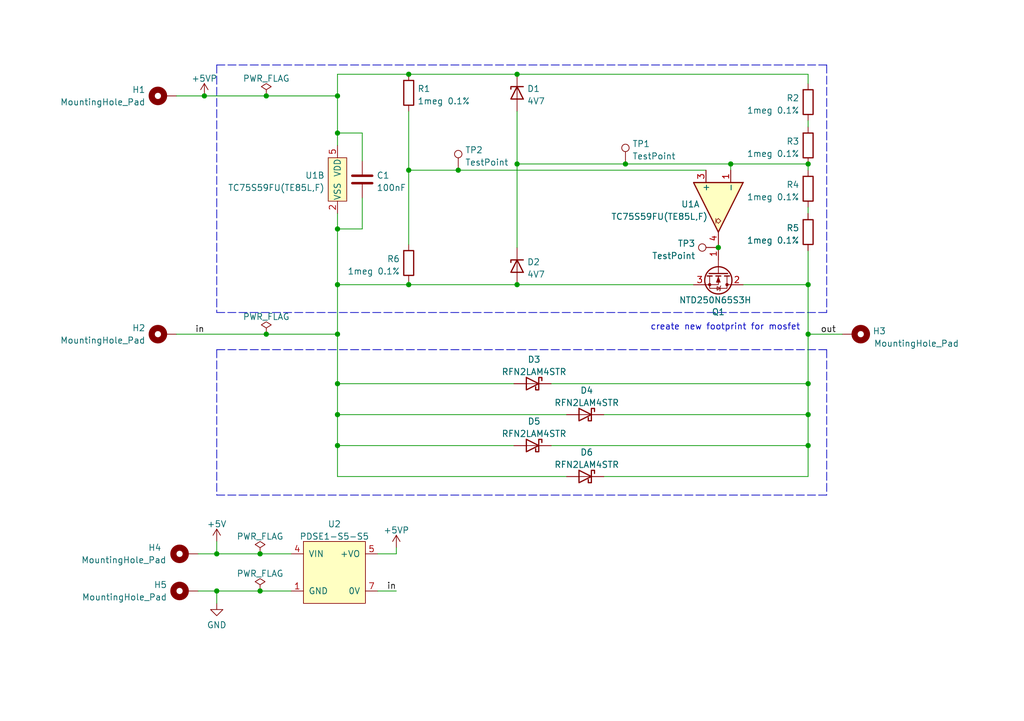
<source format=kicad_sch>
(kicad_sch (version 20211123) (generator eeschema)
  (paper "A5")
  (title_block (title "Ideal diode") (date "2022-01-22") (rev "1") (company "Light by Christian Baldus"))
  (lib_symbols
    (symbol "Connector:TestPoint" (pin_numbers hide) (pin_names (offset 0.762) hide)
      (property "Reference" "TP" (at 0 6.858 0))
      (property "Value" "TestPoint" (at 0 5.08 0))
      (symbol "TestPoint_0_1"
        (circle (center 0 3.302) (radius 0.762))
      )
      (symbol "TestPoint_1_1"
        (pin passive line (at 0 0 90) (length 2.54) (name "1") (number "1"))
      )
    )
    (symbol "Device:C" (pin_numbers hide) (pin_names (offset 0.254))
      (property "Reference" "C" (at 0.635 2.54 0))
      (property "Value" "C" (at 0.635 -2.54 0))
      (symbol "C_0_1"
        (polyline (pts (xy -2.032 -0.762) (xy 2.032 -0.762)) (stroke (width 0.508)))
        (polyline (pts (xy -2.032 0.762) (xy 2.032 0.762)) (stroke (width 0.508)))
      )
      (symbol "C_1_1"
        (pin passive line (at 0 3.81 270) (length 2.794) (name "~") (number "1"))
        (pin passive line (at 0 -3.81 90) (length 2.794) (name "~") (number "2"))
      )
    )
    (symbol "Device:D_Schottky" (pin_numbers hide) (pin_names (offset 1.016) hide)
      (property "Reference" "D" (at 0 2.54 0))
      (property "Value" "D_Schottky" (at 0 -2.54 0))
      (symbol "D_Schottky_0_1"
        (polyline (pts (xy 1.27 0) (xy -1.27 0)))
        (polyline (pts (xy 1.27 1.27) (xy 1.27 -1.27) (xy -1.27 0) (xy 1.27 1.27)) (stroke (width 0.254)))
        (polyline (pts (xy -1.905 0.635) (xy -1.905 1.27) (xy -1.27 1.27) (xy -1.27 -1.27) (xy -0.635 -1.27) (xy -0.635 -0.635)) (stroke (width 0.254)))
      )
      (symbol "D_Schottky_1_1"
        (pin passive line (at -3.81 0 0) (length 2.54) (name "K") (number "1"))
        (pin passive line (at 3.81 0 180) (length 2.54) (name "A") (number "2"))
      )
    )
    (symbol "Device:Q_NMOS_GDS" (pin_names (offset 0) hide)
      (property "Reference" "Q" (at 5.08 1.27 0))
      (property "Value" "Q_NMOS_GDS" (at 5.08 -1.27 0))
      (symbol "Q_NMOS_GDS_0_1"
        (polyline (pts (xy 0.254 0) (xy -2.54 0)))
        (polyline (pts (xy 0.254 1.905) (xy 0.254 -1.905)) (stroke (width 0.254)))
        (polyline (pts (xy 0.762 -1.27) (xy 0.762 -2.286)) (stroke (width 0.254)))
        (polyline (pts (xy 0.762 0.508) (xy 0.762 -0.508)) (stroke (width 0.254)))
        (polyline (pts (xy 0.762 2.286) (xy 0.762 1.27)) (stroke (width 0.254)))
        (polyline (pts (xy 2.54 2.54) (xy 2.54 1.778)))
        (polyline (pts (xy 2.54 -2.54) (xy 2.54 0) (xy 0.762 0)))
        (polyline (pts (xy 0.762 -1.778) (xy 3.302 -1.778) (xy 3.302 1.778) (xy 0.762 1.778)))
        (polyline (pts (xy 1.016 0) (xy 2.032 0.381) (xy 2.032 -0.381) (xy 1.016 0)) (fill (type outline)))
        (polyline (pts (xy 2.794 0.508) (xy 2.921 0.381) (xy 3.683 0.381) (xy 3.81 0.254)))
        (polyline (pts (xy 3.302 0.381) (xy 2.921 -0.254) (xy 3.683 -0.254) (xy 3.302 0.381)))
        (circle (center 1.651 0) (radius 2.794) (stroke (width 0.254)))
        (circle (center 2.54 -1.778) (radius 0.254) (fill (type outline)))
        (circle (center 2.54 1.778) (radius 0.254) (fill (type outline)))
      )
      (symbol "Q_NMOS_GDS_1_1"
        (pin input line (at -5.08 0 0) (length 2.54) (name "G") (number "1"))
        (pin passive line (at 2.54 5.08 270) (length 2.54) (name "D") (number "2"))
        (pin passive line (at 2.54 -5.08 90) (length 2.54) (name "S") (number "3"))
      )
    )
    (symbol "Device:R" (pin_numbers hide) (pin_names (offset 0))
      (property "Reference" "R" (at 2.032 0 90))
      (property "Value" "R" (at 0 0 90))
      (symbol "R_0_1"
        (rectangle (start -1.016 -2.54) (end 1.016 2.54) (stroke (width 0.254)))
      )
      (symbol "R_1_1"
        (pin passive line (at 0 3.81 270) (length 1.27) (name "~") (number "1"))
        (pin passive line (at 0 -3.81 90) (length 1.27) (name "~") (number "2"))
      )
    )
    (symbol "Mechanical:MountingHole_Pad" (pin_numbers hide) (pin_names (offset 1.016) hide)
      (property "Reference" "H" (at 0 6.35 0))
      (property "Value" "MountingHole_Pad" (at 0 4.445 0))
      (symbol "MountingHole_Pad_0_1"
        (circle (center 0 1.27) (radius 1.27) (stroke (width 1.27)))
      )
      (symbol "MountingHole_Pad_1_1"
        (pin input line (at 0 -2.54 90) (length 2.54) (name "1") (number "1"))
      )
    )
    (symbol "el_components:BZX84-C4V7,235" (pin_numbers hide) (pin_names (offset 1.016) hide)
      (property "Reference" "D" (at 0 2.54 0))
      (property "Value" "BZX84-C4V7,235" (at 0 -2.54 0))
      (symbol "BZX84-C4V7,235_0_0"
        (pin no_connect line (at 0 -6.35 90) (length 2.54) hide (name "NC") (number "2"))
      )
      (symbol "BZX84-C4V7,235_0_1"
        (polyline (pts (xy 1.27 0) (xy -1.27 0)))
        (polyline (pts (xy -1.27 -1.27) (xy -1.27 1.27) (xy -0.762 1.27)) (stroke (width 0.254)))
        (polyline (pts (xy 1.27 -1.27) (xy 1.27 1.27) (xy -1.27 0) (xy 1.27 -1.27)) (stroke (width 0.254)))
      )
      (symbol "BZX84-C4V7,235_1_1"
        (pin passive line (at 3.81 0 180) (length 2.54) (name "A") (number "1"))
        (pin passive line (at -3.81 0 0) (length 2.54) (name "K") (number "3"))
      )
    )
    (symbol "el_components:PDSE1-S5-S5-D" (pin_names (offset 1.016))
      (property "Reference" "U" (at 0 11.43 0))
      (property "Value" "PDSE1-S5-S5-D" (at 0 8.89 0))
      (symbol "PDSE1-S5-S5-D_0_0"
        (pin power_in line (at -8.89 -2.54 0) (length 2.54) (name "GND") (number "1"))
        (pin passive line (at -8.89 5.08 0) (length 2.54) (name "VIN") (number "4"))
        (pin passive line (at 8.89 5.08 180) (length 2.54) (name "+VO") (number "5"))
        (pin passive line (at 8.89 -2.54 180) (length 2.54) (name "0V") (number "7"))
      )
      (symbol "PDSE1-S5-S5-D_0_1"
        (rectangle (start -6.35 7.62) (end 6.35 -5.08) (fill (type background)))
      )
    )
    (symbol "el_components:TC75S59FU(TE85L,F)" (pin_names (offset 0.127))
      (property "Reference" "U" (at -5.08 8.89 0))
      (property "Value" "TC75S59FU(TE85L,F)" (at -5.08 6.35 0))
      (symbol "TC75S59FU(TE85L,F)_1_1"
        (polyline (pts (xy -5.08 5.08) (xy 5.08 0) (xy -5.08 -5.08) (xy -5.08 5.08)) (stroke (width 0.254)) (fill (type background)))
        (polyline (pts (xy 3.302 -0.508) (xy 2.794 -0.508) (xy 3.302 0) (xy 2.794 0.508) (xy 2.286 0) (xy 2.794 -0.508) (xy 2.286 -0.508)) (stroke (width 0.127)))
        (pin input line (at -7.62 2.54 0) (length 2.54) (name "-") (number "1"))
        (pin input line (at -7.62 -2.54 0) (length 2.54) (name "+") (number "3"))
        (pin output line (at 7.62 0 180) (length 2.54) (name "~") (number "4"))
      )
      (symbol "TC75S59FU(TE85L,F)_2_1"
        (rectangle (start -1.905 4.445) (end 1.905 -4.445) (stroke (width 0.1524)) (fill (type background)))
        (pin power_in line (at 0 -6.985 90) (length 2.54) (name "VSS") (number "2"))
        (pin power_in line (at 0 6.985 270) (length 2.54) (name "VDD") (number "5"))
      )
    )
    (symbol "power:+5V" (power) (pin_names (offset 0))
      (property "Value" "+5V" (at 0 3.556 0))
      (symbol "+5V_0_1"
        (polyline (pts (xy -0.762 1.27) (xy 0 2.54)))
        (polyline (pts (xy 0 0) (xy 0 2.54)))
        (polyline (pts (xy 0 2.54) (xy 0.762 1.27)))
      )
      (symbol "+5V_1_1"
        (pin power_in line (at 0 0 90) (length 0) hide (name "+5V") (number "1"))
      )
    )
    (symbol "power:+5VP" (power) (pin_names (offset 0))
      (property "Value" "+5VP" (at 0 3.556 0))
      (symbol "+5VP_0_1"
        (polyline (pts (xy -0.762 1.27) (xy 0 2.54)))
        (polyline (pts (xy 0 0) (xy 0 2.54)))
        (polyline (pts (xy 0 2.54) (xy 0.762 1.27)))
      )
      (symbol "+5VP_1_1"
        (pin power_in line (at 0 0 90) (length 0) hide (name "+5VP") (number "1"))
      )
    )
    (symbol "power:GND" (power) (pin_names (offset 0))
      (property "Value" "GND" (at 0 -3.81 0))
      (symbol "GND_0_1"
        (polyline (pts (xy 0 0) (xy 0 -1.27) (xy 1.27 -1.27) (xy 0 -2.54) (xy -1.27 -1.27) (xy 0 -1.27)))
      )
      (symbol "GND_1_1"
        (pin power_in line (at 0 0 270) (length 0) hide (name "GND") (number "1"))
      )
    )
    (symbol "power:PWR_FLAG" (power) (pin_numbers hide) (pin_names (offset 0) hide)
      (property "Value" "PWR_FLAG" (at 0 3.81 0))
      (symbol "PWR_FLAG_0_0"
        (pin power_out line (at 0 0 90) (length 0) (name "pwr") (number "1"))
      )
      (symbol "PWR_FLAG_0_1"
        (polyline (pts (xy 0 0) (xy 0 1.27) (xy -1.016 1.905) (xy 0 2.54) (xy 1.016 1.905) (xy 0 1.27)))
      )
    )
  )
  (junction (at 54.61 68.58))
  (junction (at 83.82 15.24))
  (junction (at 165.735 58.42))
  (junction (at 69.215 19.685))
  (junction (at 54.61 19.685))
  (junction (at 53.34 121.285))
  (junction (at 83.82 34.925))
  (junction (at 69.215 91.44))
  (junction (at 53.34 113.665))
  (junction (at 83.82 58.42))
  (junction (at 69.215 46.99))
  (junction (at 69.215 68.58))
  (junction (at 165.735 85.09))
  (junction (at 106.045 33.655))
  (junction (at 44.45 121.285))
  (junction (at 128.27 33.655))
  (junction (at 93.98 34.925))
  (junction (at 165.735 78.74))
  (junction (at 165.735 91.44))
  (junction (at 69.215 27.305))
  (junction (at 149.86 33.655))
  (junction (at 106.045 15.24))
  (junction (at 106.045 58.42))
  (junction (at 147.32 50.8))
  (junction (at 69.215 78.74))
  (junction (at 44.45 113.665))
  (junction (at 69.215 85.09))
  (junction (at 41.91 19.685))
  (junction (at 165.735 68.58))
  (junction (at 165.735 33.655))
  (junction (at 69.215 58.42))
  (polyline (pts (xy 169.545 13.335) (xy 169.545 64.135)))
  (wire (pts (xy 106.045 33.655) (xy 128.27 33.655)))
  (wire (pts (xy 69.215 91.44) (xy 69.215 97.79)))
  (wire (pts (xy 54.61 68.58) (xy 69.215 68.58)))
  (wire (pts (xy 69.215 27.305) (xy 69.215 29.845)))
  (wire (pts (xy 83.82 34.925) (xy 93.98 34.925)))
  (wire (pts (xy 44.45 111.125) (xy 44.45 113.665)))
  (wire (pts (xy 106.045 58.42) (xy 83.82 58.42)))
  (wire (pts (xy 123.825 85.09) (xy 165.735 85.09)))
  (polyline (pts (xy 44.45 13.335) (xy 44.45 64.135)))
  (wire (pts (xy 74.295 40.64) (xy 74.295 46.99)))
  (wire (pts (xy 77.47 113.665) (xy 81.28 113.665)))
  (wire (pts (xy 106.045 33.655) (xy 106.045 50.8)))
  (wire (pts (xy 53.34 121.285) (xy 59.69 121.285)))
  (wire (pts (xy 165.735 68.58) (xy 165.735 58.42)))
  (wire (pts (xy 69.215 15.24) (xy 69.215 19.685)))
  (wire (pts (xy 106.045 15.24) (xy 83.82 15.24)))
  (wire (pts (xy 40.64 113.665) (xy 44.45 113.665)))
  (wire (pts (xy 123.825 97.79) (xy 165.735 97.79)))
  (wire (pts (xy 93.98 34.925) (xy 144.78 34.925)))
  (wire (pts (xy 83.82 58.42) (xy 69.215 58.42)))
  (polyline (pts (xy 44.45 71.755) (xy 169.545 71.755)))
  (wire (pts (xy 69.215 91.44) (xy 105.41 91.44)))
  (wire (pts (xy 77.47 121.285) (xy 81.28 121.285)))
  (wire (pts (xy 53.34 113.665) (xy 59.69 113.665)))
  (wire (pts (xy 113.03 91.44) (xy 165.735 91.44)))
  (wire (pts (xy 147.32 50.165) (xy 147.32 50.8)))
  (polyline (pts (xy 169.545 71.755) (xy 169.545 101.6)))
  (wire (pts (xy 83.82 22.86) (xy 83.82 34.925)))
  (wire (pts (xy 165.735 24.765) (xy 165.735 26.035)))
  (polyline (pts (xy 169.545 101.6) (xy 44.45 101.6)))
  (wire (pts (xy 69.215 68.58) (xy 69.215 58.42)))
  (polyline (pts (xy 44.45 71.755) (xy 44.45 101.6)))
  (wire (pts (xy 36.195 19.685) (xy 41.91 19.685)))
  (wire (pts (xy 44.45 113.665) (xy 53.34 113.665)))
  (wire (pts (xy 69.215 78.74) (xy 69.215 85.09)))
  (wire (pts (xy 69.215 85.09) (xy 116.205 85.09)))
  (wire (pts (xy 69.215 19.685) (xy 69.215 27.305)))
  (wire (pts (xy 165.735 42.545) (xy 165.735 43.815)))
  (wire (pts (xy 165.735 58.42) (xy 152.4 58.42)))
  (wire (pts (xy 149.86 33.655) (xy 165.735 33.655)))
  (wire (pts (xy 69.215 68.58) (xy 69.215 78.74)))
  (wire (pts (xy 74.295 27.305) (xy 69.215 27.305)))
  (wire (pts (xy 83.82 15.24) (xy 69.215 15.24)))
  (wire (pts (xy 69.215 97.79) (xy 116.205 97.79)))
  (wire (pts (xy 54.61 19.685) (xy 69.215 19.685)))
  (wire (pts (xy 69.215 46.99) (xy 69.215 58.42)))
  (wire (pts (xy 44.45 121.285) (xy 44.45 123.825)))
  (wire (pts (xy 165.735 51.435) (xy 165.735 58.42)))
  (wire (pts (xy 165.735 68.58) (xy 172.72 68.58)))
  (wire (pts (xy 106.045 58.42) (xy 142.24 58.42)))
  (polyline (pts (xy 169.545 64.135) (xy 44.45 64.135)))
  (wire (pts (xy 128.27 33.655) (xy 149.86 33.655)))
  (wire (pts (xy 165.735 15.24) (xy 165.735 17.145)))
  (wire (pts (xy 165.735 85.09) (xy 165.735 91.44)))
  (wire (pts (xy 105.41 78.74) (xy 69.215 78.74)))
  (polyline (pts (xy 44.45 13.335) (xy 169.545 13.335)))
  (wire (pts (xy 165.735 68.58) (xy 165.735 78.74)))
  (wire (pts (xy 36.195 68.58) (xy 54.61 68.58)))
  (wire (pts (xy 69.215 85.09) (xy 69.215 91.44)))
  (wire (pts (xy 113.03 78.74) (xy 165.735 78.74)))
  (wire (pts (xy 83.82 57.785) (xy 83.82 58.42)))
  (wire (pts (xy 74.295 46.99) (xy 69.215 46.99)))
  (wire (pts (xy 83.82 34.925) (xy 83.82 50.165)))
  (wire (pts (xy 165.735 33.655) (xy 165.735 34.925)))
  (wire (pts (xy 74.295 33.02) (xy 74.295 27.305)))
  (wire (pts (xy 69.215 43.815) (xy 69.215 46.99)))
  (wire (pts (xy 149.86 33.655) (xy 149.86 34.925)))
  (wire (pts (xy 165.735 78.74) (xy 165.735 85.09)))
  (wire (pts (xy 40.64 121.285) (xy 44.45 121.285)))
  (wire (pts (xy 106.045 22.86) (xy 106.045 33.655)))
  (wire (pts (xy 41.91 19.685) (xy 54.61 19.685)))
  (wire (pts (xy 165.735 91.44) (xy 165.735 97.79)))
  (wire (pts (xy 106.045 15.24) (xy 165.735 15.24)))
  (wire (pts (xy 81.28 113.665) (xy 81.28 112.395)))
  (wire (pts (xy 44.45 121.285) (xy 53.34 121.285)))
  (text "create new footprint for mosfet" (at 133.35 67.945 0) (effects (font (size 1.27 1.27)) (justify left bottom)))
  (label "out" (at 168.275 68.58 0))
  (label "in" (at 81.28 121.285 180))
  (label "in" (at 40.005 68.58 0))
  (symbol (lib_id "Mechanical:MountingHole_Pad") (at 33.655 19.685 90) (mirror x) (unit 1)
    (property "Reference" "H1" (at 29.845 18.415 90) (effects (justify left)))
    (property "Value" "MountingHole_Pad" (at 29.845 20.955 90) (effects (justify left)))
    (property "Footprint" "MountingHole:MountingHole_3.2mm_M3_Pad_Via" (effects hide))
  )
  (symbol (lib_id "Device:R") (at 165.735 29.845 0) (mirror x) (unit 1)
    (property "Reference" "R3" (at 163.9571 29.0103 0) (effects (justify right)))
    (property "Value" "1meg 0.1%" (at 163.9571 31.5472 0) (effects (justify right)))
    (property "Footprint" "Resistor_SMD:R_1206_3216Metric" (effects hide))
  )
  (symbol (lib_id "power:+5V") (at 44.45 111.125 0) (unit 1)
    (property "Reference" "#PWR02" (effects hide))
    (property "Value" "+5V" (at 44.45 107.5492 0))
  )
  (symbol (lib_id "power:GND") (at 44.45 123.825 0) (unit 1)
    (property "Reference" "#PWR04" (effects hide))
    (property "Value" "GND" (at 44.45 128.2684 0))
  )
  (symbol (lib_id "el_components:BZX84-C4V7,235") (at 106.045 54.61 90) (mirror x) (unit 1)
    (property "Reference" "D2" (at 108.077 53.7753 90) (effects (justify right)))
    (property "Value" "4V7" (at 108.077 56.3122 90) (effects (justify right)))
    (property "Footprint" "Package_TO_SOT_SMD:SOT-23" (effects hide))
  )
  (symbol (lib_id "Device:D_Schottky") (at 109.22 91.44 0) (mirror y) (unit 1)
    (property "Reference" "D5" (at 109.5375 86.4702 0))
    (property "Value" "RFN2LAM4STR" (at 109.5375 89.0071 0))
    (property "Footprint" "EL-footprints:D_SOD-128" (effects hide))
    (property "Datasheet" "https://www.mouser.de/datasheet/2/348/rfn2lam4s_e-1869668.pdf" (effects hide))
    (property "Installed" "NU" (effects hide))
  )
  (symbol (lib_id "power:PWR_FLAG") (at 53.34 121.285 0) (unit 1)
    (property "Reference" "#FLG04" (effects hide))
    (property "Value" "PWR_FLAG" (at 53.34 117.7092 0))
  )
  (symbol (lib_id "Device:R") (at 165.735 38.735 0) (mirror x) (unit 1)
    (property "Reference" "R4" (at 163.9571 37.9003 0) (effects (justify right)))
    (property "Value" "1meg 0.1%" (at 163.9571 40.4372 0) (effects (justify right)))
    (property "Footprint" "Resistor_SMD:R_1206_3216Metric" (effects hide))
  )
  (symbol (lib_id "Connector:TestPoint") (at 147.32 50.8 90) (mirror x) (unit 1)
    (property "Reference" "TP3" (at 142.621 49.9653 90) (effects (justify left)))
    (property "Value" "TestPoint" (at 142.621 52.5022 90) (effects (justify left)))
    (property "Footprint" "EL-footprints:TestPoint_THTPad_D2.0mm_Drill1.0mm" (effects hide))
  )
  (symbol (lib_id "Device:Q_NMOS_GDS") (at 147.32 55.88 270) (unit 1)
    (property "Reference" "Q1" (at 147.32 64.0248 90))
    (property "Value" "NTD250N65S3H" (at 146.685 61.595 90))
    (property "Footprint" "EL-footprints:TO-252 3 LD" (effects hide))
    (property "Datasheet" "https://www.onsemi.com/pdf/datasheet/ntd250n65s3h-d.pdf" (effects hide))
  )
  (symbol (lib_id "Device:C") (at 74.295 36.83 0) (unit 1)
    (property "Reference" "C1" (at 77.216 35.9953 0) (effects (justify left)))
    (property "Value" "100nF" (at 77.216 38.5322 0) (effects (justify left)))
    (property "Footprint" "Capacitor_SMD:C_0603_1608Metric" (effects hide))
  )
  (symbol (lib_id "Mechanical:MountingHole_Pad") (at 33.655 68.58 90) (mirror x) (unit 1)
    (property "Reference" "H2" (at 29.845 67.31 90) (effects (justify left)))
    (property "Value" "MountingHole_Pad" (at 29.845 69.85 90) (effects (justify left)))
    (property "Footprint" "MountingHole:MountingHole_3.2mm_M3_Pad_Via" (effects hide))
  )
  (symbol (lib_id "Device:D_Schottky") (at 120.015 97.79 0) (mirror y) (unit 1)
    (property "Reference" "D6" (at 120.3325 92.8202 0))
    (property "Value" "RFN2LAM4STR" (at 120.3325 95.3571 0))
    (property "Footprint" "EL-footprints:D_SOD-128" (effects hide))
    (property "Datasheet" "https://www.mouser.de/datasheet/2/348/rfn2lam4s_e-1869668.pdf" (effects hide))
    (property "Installed" "NU" (effects hide))
  )
  (symbol (lib_id "power:PWR_FLAG") (at 54.61 19.685 0) (unit 1)
    (property "Reference" "#FLG01" (effects hide))
    (property "Value" "PWR_FLAG" (at 54.61 16.1092 0))
  )
  (symbol (lib_id "el_components:TC75S59FU(TE85L,F)") (at 147.32 42.545 270) (unit 1)
    (property "Reference" "U1" (at 141.605 41.91 90))
    (property "Value" "TC75S59FU(TE85L,F)" (at 135.255 44.45 90))
    (property "Footprint" "EL-footprints:SSOP-P-0.95" (effects hide))
    (property "Datasheet" "https://toshiba.semicon-storage.com/info/TC75S57F_datasheet_en_20190911.pdf?did=20998&prodName=TC75S57F" (effects hide))
  )
  (symbol (lib_id "Device:R") (at 165.735 20.955 0) (mirror x) (unit 1)
    (property "Reference" "R2" (at 163.9571 20.1203 0) (effects (justify right)))
    (property "Value" "1meg 0.1%" (at 163.9571 22.6572 0) (effects (justify right)))
    (property "Footprint" "Resistor_SMD:R_1206_3216Metric" (effects hide))
  )
  (symbol (lib_id "Mechanical:MountingHole_Pad") (at 38.1 121.285 90) (mirror x) (unit 1)
    (property "Reference" "H5" (at 34.29 120.015 90) (effects (justify left)))
    (property "Value" "MountingHole_Pad" (at 34.29 122.555 90) (effects (justify left)))
    (property "Footprint" "MountingHole:MountingHole_3.2mm_M3_Pad_Via" (effects hide))
  )
  (symbol (lib_id "el_components:PDSE1-S5-S5-D") (at 68.58 118.745 0) (unit 1)
    (property "Reference" "U2" (at 68.58 107.5522 0))
    (property "Value" "PDSE1-S5-S5" (at 68.58 110.0891 0))
    (property "Footprint" "EL-footprints:DIP-8_W7.62mm_S5-S5-D" (effects hide))
    (property "Datasheet" "https://www.mouser.de/datasheet/2/670/pdse1_d-1774645.pdf" (effects hide))
    (property "Installed" "NU" (effects hide))
  )
  (symbol (lib_id "Device:R") (at 83.82 19.05 0) (mirror y) (unit 1)
    (property "Reference" "R1" (at 85.598 18.2153 0) (effects (justify right)))
    (property "Value" "1meg 0.1%" (at 85.598 20.7522 0) (effects (justify right)))
    (property "Footprint" "Resistor_SMD:R_1206_3216Metric" (effects hide))
  )
  (symbol (lib_id "Mechanical:MountingHole_Pad") (at 175.26 68.58 270) (mirror x) (unit 1)
    (property "Reference" "H3" (at 180.34 67.945 90))
    (property "Value" "MountingHole_Pad" (at 187.96 70.485 90))
    (property "Footprint" "MountingHole:MountingHole_3.2mm_M3_Pad_Via" (effects hide))
  )
  (symbol (lib_id "el_components:BZX84-C4V7,235") (at 106.045 19.05 90) (mirror x) (unit 1)
    (property "Reference" "D1" (at 108.077 18.2153 90) (effects (justify right)))
    (property "Value" "4V7" (at 108.077 20.7522 90) (effects (justify right)))
    (property "Footprint" "Package_TO_SOT_SMD:SOT-23" (effects hide))
  )
  (symbol (lib_id "Device:D_Schottky") (at 120.015 85.09 0) (mirror y) (unit 1)
    (property "Reference" "D4" (at 120.3325 80.1202 0))
    (property "Value" "RFN2LAM4STR" (at 120.3325 82.6571 0))
    (property "Footprint" "EL-footprints:D_SOD-128" (effects hide))
    (property "Datasheet" "https://www.mouser.de/datasheet/2/348/rfn2lam4s_e-1869668.pdf" (effects hide))
  )
  (symbol (lib_id "Device:R") (at 165.735 47.625 0) (mirror x) (unit 1)
    (property "Reference" "R5" (at 163.9571 46.7903 0) (effects (justify right)))
    (property "Value" "1meg 0.1%" (at 163.9571 49.3272 0) (effects (justify right)))
    (property "Footprint" "Resistor_SMD:R_1206_3216Metric" (effects hide))
  )
  (symbol (lib_id "power:+5VP") (at 41.91 19.685 0) (unit 1)
    (property "Reference" "#PWR01" (effects hide))
    (property "Value" "+5VP" (at 41.91 16.1092 0))
  )
  (symbol (lib_id "Device:R") (at 83.82 53.975 0) (mirror x) (unit 1)
    (property "Reference" "R6" (at 82.0421 53.1403 0) (effects (justify right)))
    (property "Value" "1meg 0.1%" (at 82.0421 55.6772 0) (effects (justify right)))
    (property "Footprint" "Resistor_SMD:R_1206_3216Metric" (effects hide))
  )
  (symbol (lib_id "Connector:TestPoint") (at 128.27 33.655 0) (unit 1)
    (property "Reference" "TP1" (at 129.667 29.5183 0) (effects (justify left)))
    (property "Value" "TestPoint" (at 129.667 32.0552 0) (effects (justify left)))
    (property "Footprint" "EL-footprints:TestPoint_THTPad_D2.0mm_Drill1.0mm" (effects hide))
  )
  (symbol (lib_id "Mechanical:MountingHole_Pad") (at 38.1 113.665 90) (unit 1)
    (property "Reference" "H4" (at 31.75 112.395 90))
    (property "Value" "MountingHole_Pad" (at 25.4 114.935 90))
    (property "Footprint" "MountingHole:MountingHole_3.2mm_M3_Pad_Via" (effects hide))
  )
  (symbol (lib_id "Device:D_Schottky") (at 109.22 78.74 0) (mirror y) (unit 1)
    (property "Reference" "D3" (at 109.5375 73.7702 0))
    (property "Value" "RFN2LAM4STR" (at 109.5375 76.3071 0))
    (property "Footprint" "EL-footprints:D_SOD-128" (effects hide))
    (property "Datasheet" "https://www.mouser.de/datasheet/2/348/rfn2lam4s_e-1869668.pdf" (effects hide))
  )
  (symbol (lib_id "power:+5VP") (at 81.28 112.395 0) (unit 1)
    (property "Reference" "#PWR03" (effects hide))
    (property "Value" "+5VP" (at 81.28 108.8192 0))
  )
  (symbol (lib_id "Connector:TestPoint") (at 93.98 34.925 0) (unit 1)
    (property "Reference" "TP2" (at 95.377 30.7883 0) (effects (justify left)))
    (property "Value" "TestPoint" (at 95.377 33.3252 0) (effects (justify left)))
    (property "Footprint" "EL-footprints:TestPoint_THTPad_D2.0mm_Drill1.0mm" (effects hide))
  )
  (symbol (lib_id "el_components:TC75S59FU(TE85L,F)") (at 69.215 36.83 0) (mirror y) (unit 2)
    (property "Reference" "U1" (at 66.5988 35.9953 0) (effects (justify left)))
    (property "Value" "TC75S59FU(TE85L,F)" (at 66.5988 38.5322 0) (effects (justify left)))
    (property "Footprint" "EL-footprints:SSOP-P-0.95" (effects hide))
    (property "Datasheet" "https://toshiba.semicon-storage.com/info/TC75S57F_datasheet_en_20190911.pdf?did=20998&prodName=TC75S57F" (effects hide))
  )
  (symbol (lib_id "power:PWR_FLAG") (at 53.34 113.665 0) (unit 1)
    (property "Reference" "#FLG03" (effects hide))
    (property "Value" "PWR_FLAG" (at 53.34 110.0892 0))
  )
  (symbol (lib_id "power:PWR_FLAG") (at 54.61 68.58 0) (unit 1)
    (property "Reference" "#FLG02" (effects hide))
    (property "Value" "PWR_FLAG" (at 54.61 65.0042 0))
  )
)
</source>
